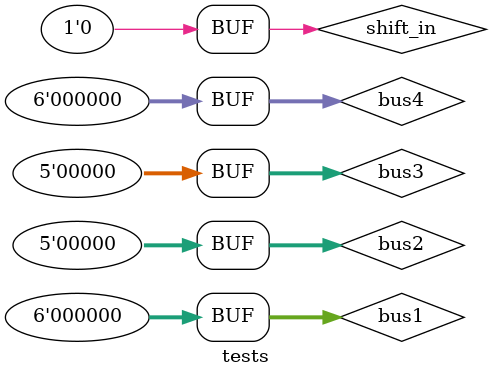
<source format=v>
module tests();

parameter WIDTH = 5;

wire [WIDTH:0] bus1 = 'b0;
wire [WIDTH-1:0] bus2;
reg [WIDTH-1:0] bus3;
wire [WIDTH:0] bus4;

assign bus2 = bus1[WIDTH-1:0];

always @ (bus2) begin
	bus3 <= bus1[WIDTH-1:0];
end

assign bus4 = bus1[WIDTH:0];

/*****************************/

reg[3:0] shift;
wire shift_in = 'b0;
reg clk160_i;

integer i;
always @(posedge clk160_i) begin
	for(i = 1; i < 4; i = i + 1) begin
		shift[i] <=  shift[i-1];
	end
	shift[0] <=  shift_in; 
end

endmodule
</source>
